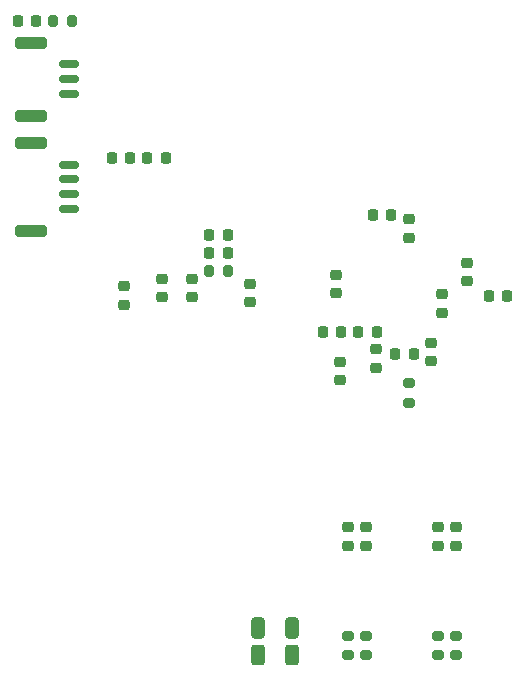
<source format=gbr>
%TF.GenerationSoftware,KiCad,Pcbnew,(6.0.1)*%
%TF.CreationDate,2023-04-01T17:19:45+08:00*%
%TF.ProjectId,EtherCAT2XXX,45746865-7243-4415-9432-5858582e6b69,rev?*%
%TF.SameCoordinates,Original*%
%TF.FileFunction,Paste,Bot*%
%TF.FilePolarity,Positive*%
%FSLAX46Y46*%
G04 Gerber Fmt 4.6, Leading zero omitted, Abs format (unit mm)*
G04 Created by KiCad (PCBNEW (6.0.1)) date 2023-04-01 17:19:45*
%MOMM*%
%LPD*%
G01*
G04 APERTURE LIST*
G04 Aperture macros list*
%AMRoundRect*
0 Rectangle with rounded corners*
0 $1 Rounding radius*
0 $2 $3 $4 $5 $6 $7 $8 $9 X,Y pos of 4 corners*
0 Add a 4 corners polygon primitive as box body*
4,1,4,$2,$3,$4,$5,$6,$7,$8,$9,$2,$3,0*
0 Add four circle primitives for the rounded corners*
1,1,$1+$1,$2,$3*
1,1,$1+$1,$4,$5*
1,1,$1+$1,$6,$7*
1,1,$1+$1,$8,$9*
0 Add four rect primitives between the rounded corners*
20,1,$1+$1,$2,$3,$4,$5,0*
20,1,$1+$1,$4,$5,$6,$7,0*
20,1,$1+$1,$6,$7,$8,$9,0*
20,1,$1+$1,$8,$9,$2,$3,0*%
G04 Aperture macros list end*
%ADD10RoundRect,0.225000X0.250000X-0.225000X0.250000X0.225000X-0.250000X0.225000X-0.250000X-0.225000X0*%
%ADD11RoundRect,0.250000X0.325000X0.650000X-0.325000X0.650000X-0.325000X-0.650000X0.325000X-0.650000X0*%
%ADD12RoundRect,0.225000X-0.250000X0.225000X-0.250000X-0.225000X0.250000X-0.225000X0.250000X0.225000X0*%
%ADD13RoundRect,0.225000X-0.225000X-0.250000X0.225000X-0.250000X0.225000X0.250000X-0.225000X0.250000X0*%
%ADD14RoundRect,0.250000X0.312500X0.625000X-0.312500X0.625000X-0.312500X-0.625000X0.312500X-0.625000X0*%
%ADD15RoundRect,0.200000X-0.275000X0.200000X-0.275000X-0.200000X0.275000X-0.200000X0.275000X0.200000X0*%
%ADD16RoundRect,0.200000X0.200000X0.275000X-0.200000X0.275000X-0.200000X-0.275000X0.200000X-0.275000X0*%
%ADD17RoundRect,0.225000X0.225000X0.250000X-0.225000X0.250000X-0.225000X-0.250000X0.225000X-0.250000X0*%
%ADD18RoundRect,0.150000X0.700000X-0.150000X0.700000X0.150000X-0.700000X0.150000X-0.700000X-0.150000X0*%
%ADD19RoundRect,0.250000X1.100000X-0.250000X1.100000X0.250000X-1.100000X0.250000X-1.100000X-0.250000X0*%
%ADD20RoundRect,0.200000X-0.200000X-0.275000X0.200000X-0.275000X0.200000X0.275000X-0.200000X0.275000X0*%
%ADD21RoundRect,0.218750X-0.218750X-0.256250X0.218750X-0.256250X0.218750X0.256250X-0.218750X0.256250X0*%
G04 APERTURE END LIST*
D10*
%TO.C,C42*%
X27980000Y27835000D03*
X27980000Y29385000D03*
%TD*%
D11*
%TO.C,C21*%
X23959165Y6849151D03*
X21009165Y6849151D03*
%TD*%
D12*
%TO.C,C43*%
X27670000Y36745000D03*
X27670000Y35195000D03*
%TD*%
D13*
%TO.C,C64*%
X40575000Y34950000D03*
X42125000Y34950000D03*
%TD*%
D12*
%TO.C,C49*%
X36580000Y35085000D03*
X36580000Y33535000D03*
%TD*%
D10*
%TO.C,C39*%
X31070000Y28875000D03*
X31070000Y30425000D03*
%TD*%
D13*
%TO.C,C36*%
X30775000Y41760000D03*
X32325000Y41760000D03*
%TD*%
D14*
%TO.C,R16*%
X23946665Y4509151D03*
X21021665Y4509151D03*
%TD*%
D10*
%TO.C,C22*%
X37814165Y13804151D03*
X37814165Y15354151D03*
%TD*%
D15*
%TO.C,R13*%
X36284165Y6164151D03*
X36284165Y4514151D03*
%TD*%
D16*
%TO.C,R45*%
X18525000Y37030000D03*
X16875000Y37030000D03*
%TD*%
D12*
%TO.C,C45*%
X38730000Y37745000D03*
X38730000Y36195000D03*
%TD*%
D17*
%TO.C,C53*%
X18475000Y38550000D03*
X16925000Y38550000D03*
%TD*%
D18*
%TO.C,J2*%
X5050000Y52050000D03*
X5050000Y53300000D03*
X5050000Y54550000D03*
D19*
X1850000Y56400000D03*
X1850000Y50200000D03*
%TD*%
D17*
%TO.C,C52*%
X18475000Y40070000D03*
X16925000Y40070000D03*
%TD*%
D10*
%TO.C,C57*%
X15420000Y34850000D03*
X15420000Y36400000D03*
%TD*%
%TO.C,C60*%
X9730000Y34200000D03*
X9730000Y35750000D03*
%TD*%
D15*
%TO.C,R14*%
X30194165Y6164151D03*
X30194165Y4514151D03*
%TD*%
D20*
%TO.C,R22*%
X3675000Y58190000D03*
X5325000Y58190000D03*
%TD*%
D17*
%TO.C,C47*%
X28080000Y31920000D03*
X26530000Y31920000D03*
%TD*%
D10*
%TO.C,C25*%
X28684165Y13799151D03*
X28684165Y15349151D03*
%TD*%
%TO.C,C23*%
X36294165Y13804151D03*
X36294165Y15354151D03*
%TD*%
D15*
%TO.C,R30*%
X33850000Y27545000D03*
X33850000Y25895000D03*
%TD*%
D13*
%TO.C,C58*%
X8645000Y46610000D03*
X10195000Y46610000D03*
%TD*%
D12*
%TO.C,C65*%
X20370000Y35975000D03*
X20370000Y34425000D03*
%TD*%
D18*
%TO.C,J3*%
X5050000Y42305000D03*
X5050000Y43555000D03*
X5050000Y44805000D03*
X5050000Y46055000D03*
D19*
X1850000Y40455000D03*
X1850000Y47905000D03*
%TD*%
D15*
%TO.C,R15*%
X28674165Y6164151D03*
X28674165Y4514151D03*
%TD*%
D10*
%TO.C,C37*%
X33800000Y39870000D03*
X33800000Y41420000D03*
%TD*%
D17*
%TO.C,C41*%
X34215000Y30060000D03*
X32665000Y30060000D03*
%TD*%
D10*
%TO.C,C62*%
X12930000Y34845000D03*
X12930000Y36395000D03*
%TD*%
%TO.C,C24*%
X30204165Y13804151D03*
X30204165Y15354151D03*
%TD*%
%TO.C,C40*%
X35710000Y29395000D03*
X35710000Y30945000D03*
%TD*%
D17*
%TO.C,C48*%
X31095000Y31920000D03*
X29545000Y31920000D03*
%TD*%
D21*
%TO.C,D3*%
X692500Y58190000D03*
X2267500Y58190000D03*
%TD*%
D17*
%TO.C,C51*%
X13210000Y46610000D03*
X11660000Y46610000D03*
%TD*%
D15*
%TO.C,R12*%
X37804165Y6164151D03*
X37804165Y4514151D03*
%TD*%
M02*

</source>
